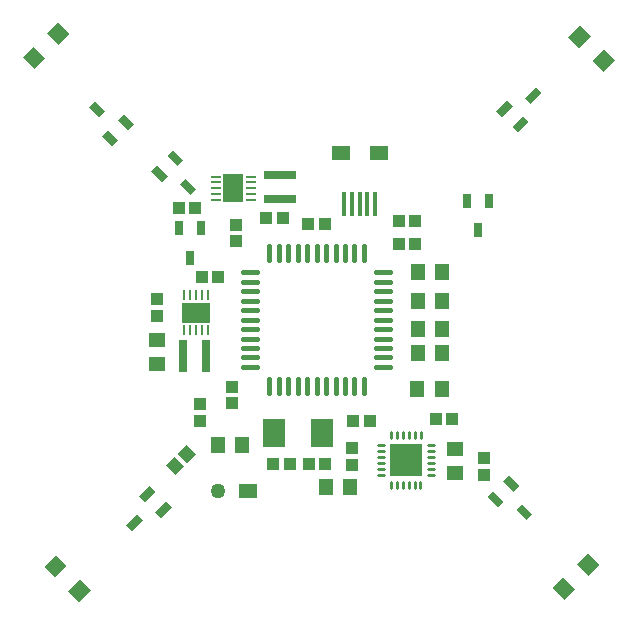
<source format=gtp>
G04 ---------------------------- Layer name :TOP PASTER LAYER*
G04 EasyEDA v5.8.19, Tue, 23 Oct 2018 03:45:39 GMT*
G04 c271f884b48f468e9f27791542bbc0a4*
G04 Gerber Generator version 0.2*
G04 Scale: 100 percent, Rotated: No, Reflected: No *
G04 Dimensions in inches *
G04 leading zeros omitted , absolute positions ,2 integer and 4 decimal *
%FSLAX24Y24*%
%MOIN*%
G90*
G70D02*

%ADD21C,0.011024*%
%ADD22C,0.016535*%
%ADD25R,0.106300X0.031496*%
%ADD26R,0.027559X0.049213*%
%ADD27R,0.074803X0.094488*%
%ADD28R,0.045670X0.057870*%
%ADD29R,0.057870X0.045670*%
%ADD30R,0.031496X0.106300*%
%ADD31R,0.105512X0.105512*%
%ADD32R,0.017717X0.078740*%
%ADD33R,0.062992X0.047240*%
%ADD34R,0.095500X0.065500*%
%ADD35R,0.011500X0.034500*%
%ADD36R,0.065500X0.095500*%
%ADD37R,0.034500X0.011500*%
%ADD38R,0.039370X0.043307*%
%ADD39R,0.043307X0.039370*%
%ADD40R,0.055100X0.051200*%
%ADD41R,0.051200X0.055100*%
%ADD42R,0.062000X0.050000*%
%ADD43C,0.050000*%

%LPD*%
G54D21*
G01X17932Y9203D02*
G01X17727Y9203D01*
G01X17932Y9401D02*
G01X17727Y9401D01*
G01X17932Y9598D02*
G01X17727Y9598D01*
G01X17932Y9794D02*
G01X17727Y9794D01*
G01X17932Y9990D02*
G01X17727Y9990D01*
G01X17932Y10188D02*
G01X17727Y10188D01*
G01X17489Y10421D02*
G01X17489Y10626D01*
G01X17293Y10421D02*
G01X17293Y10626D01*
G01X17096Y10421D02*
G01X17096Y10626D01*
G01X16900Y10421D02*
G01X16900Y10626D01*
G01X16702Y10421D02*
G01X16702Y10626D01*
G01X16506Y10421D02*
G01X16506Y10626D01*
G01X16272Y10184D02*
G01X16067Y10184D01*
G01X16272Y9986D02*
G01X16067Y9986D01*
G01X16272Y9790D02*
G01X16067Y9790D01*
G01X16272Y9594D02*
G01X16067Y9594D01*
G01X16272Y9397D02*
G01X16067Y9397D01*
G01X16272Y9200D02*
G01X16067Y9200D01*
G01X16500Y8751D02*
G01X16500Y8956D01*
G01X16697Y8751D02*
G01X16697Y8956D01*
G01X16893Y8751D02*
G01X16893Y8956D01*
G01X17089Y8751D02*
G01X17089Y8956D01*
G01X17286Y8751D02*
G01X17286Y8956D01*
G01X17484Y8751D02*
G01X17484Y8956D01*
G54D22*
G01X11567Y15943D02*
G01X12031Y15943D01*
G01X11567Y15628D02*
G01X12031Y15628D01*
G01X11567Y15313D02*
G01X12031Y15313D01*
G01X11567Y14998D02*
G01X12031Y14998D01*
G01X11567Y14684D02*
G01X12031Y14684D01*
G01X11567Y14369D02*
G01X12031Y14369D01*
G01X11567Y14053D02*
G01X12031Y14053D01*
G01X11567Y13739D02*
G01X12031Y13739D01*
G01X11567Y13424D02*
G01X12031Y13424D01*
G01X11567Y13109D02*
G01X12031Y13109D01*
G01X11567Y12794D02*
G01X12031Y12794D01*
G01X12449Y12376D02*
G01X12449Y11912D01*
G01X12764Y12376D02*
G01X12764Y11912D01*
G01X13079Y12376D02*
G01X13079Y11912D01*
G01X13394Y12376D02*
G01X13394Y11912D01*
G01X13709Y12376D02*
G01X13709Y11912D01*
G01X14023Y12376D02*
G01X14023Y11912D01*
G01X14339Y12376D02*
G01X14339Y11912D01*
G01X14653Y12376D02*
G01X14653Y11912D01*
G01X14968Y12376D02*
G01X14968Y11912D01*
G01X15283Y12376D02*
G01X15283Y11912D01*
G01X15598Y12376D02*
G01X15598Y11912D01*
G01X16016Y12794D02*
G01X16480Y12794D01*
G01X16016Y13109D02*
G01X16480Y13109D01*
G01X16016Y13424D02*
G01X16480Y13424D01*
G01X16016Y13739D02*
G01X16480Y13739D01*
G01X16016Y14053D02*
G01X16480Y14053D01*
G01X16016Y14369D02*
G01X16480Y14369D01*
G01X16016Y14684D02*
G01X16480Y14684D01*
G01X16016Y14998D02*
G01X16480Y14998D01*
G01X16016Y15313D02*
G01X16480Y15313D01*
G01X16016Y15628D02*
G01X16480Y15628D01*
G01X16016Y15943D02*
G01X16480Y15943D01*
G01X15598Y16825D02*
G01X15598Y16361D01*
G01X15283Y16825D02*
G01X15283Y16361D01*
G01X14968Y16825D02*
G01X14968Y16361D01*
G01X14653Y16825D02*
G01X14653Y16361D01*
G01X14339Y16825D02*
G01X14339Y16361D01*
G01X14023Y16825D02*
G01X14023Y16361D01*
G01X13709Y16825D02*
G01X13709Y16361D01*
G01X13394Y16825D02*
G01X13394Y16361D01*
G01X13079Y16825D02*
G01X13079Y16361D01*
G01X12764Y16825D02*
G01X12764Y16361D01*
G01X12449Y16825D02*
G01X12449Y16361D01*
G54D25*
G01X12800Y19192D03*
G01X12800Y18405D03*
G36*
G01X6976Y21311D02*
G01X6782Y21117D01*
G01X6434Y21465D01*
G01X6628Y21659D01*
G01X6976Y21311D01*
G37*
G36*
G01X7936Y20880D02*
G01X7742Y20686D01*
G01X7394Y21034D01*
G01X7588Y21228D01*
G01X7936Y20880D01*
G37*
G36*
G01X7407Y20352D02*
G01X7213Y20157D01*
G01X6865Y20505D01*
G01X7059Y20700D01*
G01X7407Y20352D01*
G37*
G54D26*
G01X19400Y17352D03*
G01X19026Y18336D03*
G01X19773Y18336D03*
G54D27*
G01X12600Y10594D03*
G01X14214Y10594D03*
G54D28*
G01X14350Y8794D03*
G01X15150Y8794D03*
G54D29*
G01X18650Y10044D03*
G01X18650Y9244D03*
G54D30*
G01X10348Y13143D03*
G01X9561Y13143D03*
G36*
G01X8032Y7871D02*
G01X8226Y7676D01*
G01X7878Y7328D01*
G01X7684Y7523D01*
G01X8032Y7871D01*
G37*
G36*
G01X8463Y8830D02*
G01X8657Y8636D01*
G01X8309Y8288D01*
G01X8115Y8482D01*
G01X8463Y8830D01*
G37*
G36*
G01X8992Y8301D02*
G01X9186Y8107D01*
G01X8838Y7759D01*
G01X8644Y7953D01*
G01X8992Y8301D01*
G37*
G36*
G01X21168Y21567D02*
G01X20972Y21761D01*
G01X21321Y22109D01*
G01X21515Y21915D01*
G01X21168Y21567D01*
G37*
G36*
G01X20735Y20607D02*
G01X20542Y20802D01*
G01X20889Y21150D01*
G01X21084Y20955D01*
G01X20735Y20607D01*
G37*
G36*
G01X20207Y21136D02*
G01X20013Y21330D01*
G01X20360Y21678D01*
G01X20556Y21484D01*
G01X20207Y21136D01*
G37*
G54D28*
G01X17400Y14044D03*
G01X18200Y14044D03*
G01X17400Y14994D03*
G01X18200Y14994D03*
G01X17400Y13244D03*
G01X18200Y13244D03*
G36*
G01X9473Y18876D02*
G01X9668Y19071D01*
G01X10015Y18723D01*
G01X9821Y18528D01*
G01X9473Y18876D01*
G37*
G36*
G01X8513Y19307D02*
G01X8707Y19502D01*
G01X9055Y19153D01*
G01X8861Y18959D01*
G01X8513Y19307D01*
G37*
G36*
G01X9042Y19836D02*
G01X9236Y20030D01*
G01X9584Y19682D01*
G01X9390Y19488D01*
G01X9042Y19836D01*
G37*
G54D31*
G01X17000Y9694D03*
G54D32*
G01X14942Y18217D03*
G01X15198Y18217D03*
G01X15454Y18217D03*
G01X15710Y18217D03*
G01X15965Y18217D03*
G54D33*
G01X14822Y19915D03*
G01X16113Y19909D03*
G54D28*
G01X17400Y15944D03*
G01X18200Y15944D03*
G36*
G01X20672Y8026D02*
G01X20868Y8221D01*
G01X21215Y7873D01*
G01X21021Y7678D01*
G01X20672Y8026D01*
G37*
G36*
G01X19713Y8457D02*
G01X19907Y8651D01*
G01X20256Y8303D01*
G01X20060Y8109D01*
G01X19713Y8457D01*
G37*
G36*
G01X20242Y8986D02*
G01X20435Y9180D01*
G01X20784Y8832D01*
G01X20589Y8638D01*
G01X20242Y8986D01*
G37*
G54D34*
G01X10000Y14593D03*
G54D35*
G01X9610Y14013D03*
G01X9800Y14013D03*
G01X10000Y14013D03*
G01X10200Y14013D03*
G01X10390Y14013D03*
G01X10390Y15173D03*
G01X10200Y15173D03*
G01X10000Y15173D03*
G01X9800Y15173D03*
G01X9610Y15173D03*
G54D36*
G01X11250Y18743D03*
G54D37*
G01X11830Y18353D03*
G01X11830Y18543D03*
G01X11830Y18743D03*
G01X11830Y18943D03*
G01X11830Y19133D03*
G01X10670Y19133D03*
G01X10670Y18943D03*
G01X10670Y18743D03*
G01X10670Y18543D03*
G01X10670Y18353D03*
G54D28*
G01X10750Y10194D03*
G01X11550Y10194D03*
G54D38*
G01X13756Y9544D03*
G01X14307Y9544D03*
G01X13133Y9544D03*
G01X12582Y9544D03*
G01X16756Y16894D03*
G01X17307Y16894D03*
G54D39*
G01X11200Y12137D03*
G01X11200Y11586D03*
G54D38*
G01X16756Y17644D03*
G01X17307Y17644D03*
G01X18543Y11044D03*
G01X17992Y11044D03*
G01X15793Y10994D03*
G01X15242Y10994D03*
G54D39*
G01X15200Y10087D03*
G01X15200Y9536D03*
G01X8700Y15054D03*
G01X8700Y14503D03*
G54D40*
G01X8699Y13701D03*
G01X8699Y12874D03*
G54D38*
G01X9980Y18094D03*
G01X9429Y18094D03*
G01X14293Y17544D03*
G01X13742Y17544D03*
G01X12893Y17744D03*
G01X12342Y17744D03*
G54D41*
G01X18206Y12044D03*
G01X17380Y12044D03*
G54D39*
G01X19600Y9200D03*
G01X19600Y9751D03*
G36*
G01X9013Y9511D02*
G01X9290Y9790D01*
G01X9597Y9484D01*
G01X9319Y9205D01*
G01X9013Y9511D01*
G37*
G36*
G01X9401Y9901D02*
G01X9681Y10180D01*
G01X9986Y9874D01*
G01X9709Y9595D01*
G01X9401Y9901D01*
G37*
G01X10150Y11000D03*
G01X10150Y11551D03*
G54D38*
G01X10189Y15794D03*
G01X10740Y15794D03*
G54D39*
G01X11350Y16983D03*
G01X11350Y17534D03*
G54D42*
G01X11750Y8644D03*
G54D43*
G01X10750Y8644D03*
G36*
G01X6106Y4968D02*
G01X5744Y5330D01*
G01X6133Y5719D01*
G01X6495Y5357D01*
G01X6106Y4968D01*
G37*
G36*
G01X5298Y5775D02*
G01X4936Y6137D01*
G01X5326Y6527D01*
G01X5688Y6165D01*
G01X5298Y5775D01*
G37*
G36*
G01X23445Y6200D02*
G01X23083Y5838D01*
G01X22694Y6227D01*
G01X23056Y6589D01*
G01X23445Y6200D01*
G37*
G36*
G01X22638Y5392D02*
G01X22276Y5030D01*
G01X21886Y5420D01*
G01X22248Y5782D01*
G01X22638Y5392D01*
G37*
G36*
G01X22803Y24189D02*
G01X23165Y23827D01*
G01X22776Y23438D01*
G01X22414Y23800D01*
G01X22803Y24189D01*
G37*
G36*
G01X23611Y23382D02*
G01X23973Y23020D01*
G01X23583Y22630D01*
G01X23221Y22992D01*
G01X23611Y23382D01*
G37*
G36*
G01X4224Y23107D02*
G01X4586Y23469D01*
G01X4975Y23080D01*
G01X4613Y22718D01*
G01X4224Y23107D01*
G37*
G36*
G01X5031Y23915D02*
G01X5393Y24277D01*
G01X5783Y23887D01*
G01X5421Y23525D01*
G01X5031Y23915D01*
G37*
G54D26*
G01X9800Y16432D03*
G01X9426Y17415D03*
G01X10173Y17415D03*
M00*
M02*

</source>
